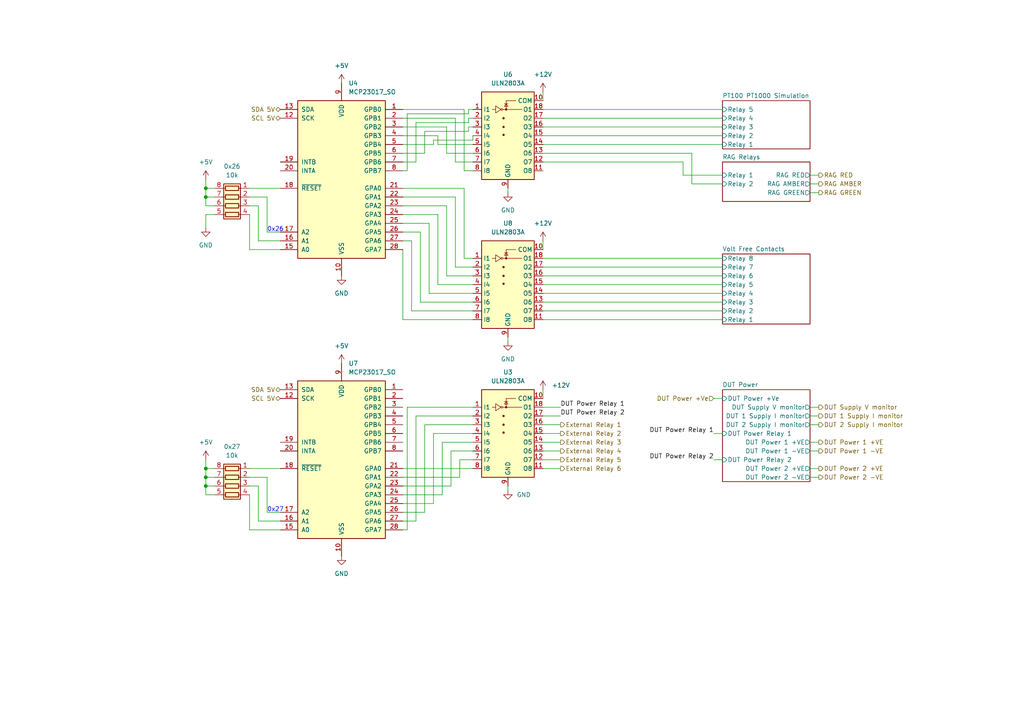
<source format=kicad_sch>
(kicad_sch (version 20211123) (generator eeschema)
  (paper "A4")
  (title_block (title "CIB PCB") (date "2022-05-27") (company "ChargePoint, Inc"))
  (lib_symbols
    (symbol "Device:R_Pack04" (pin_names (offset 0) hide)
      (property "Reference" "RN" (at -7.62 0 90))
      (property "Value" "R_Pack04" (at 5.08 0 90))
      (symbol "R_Pack04_0_1"
        (rectangle (start -6.35 -2.413) (end 3.81 2.413) (stroke (width 0.254)) (fill (type background)))
        (rectangle (start -5.715 1.905) (end -4.445 -1.905) (stroke (width 0.254)))
        (rectangle (start -3.175 1.905) (end -1.905 -1.905) (stroke (width 0.254)))
        (rectangle (start -0.635 1.905) (end 0.635 -1.905) (stroke (width 0.254)))
        (polyline (pts (xy -5.08 -2.54) (xy -5.08 -1.905)))
        (polyline (pts (xy -5.08 1.905) (xy -5.08 2.54)))
        (polyline (pts (xy -2.54 -2.54) (xy -2.54 -1.905)))
        (polyline (pts (xy -2.54 1.905) (xy -2.54 2.54)))
        (polyline (pts (xy 0 -2.54) (xy 0 -1.905)))
        (polyline (pts (xy 0 1.905) (xy 0 2.54)))
        (polyline (pts (xy 2.54 -2.54) (xy 2.54 -1.905)))
        (polyline (pts (xy 2.54 1.905) (xy 2.54 2.54)))
        (rectangle (start 1.905 1.905) (end 3.175 -1.905) (stroke (width 0.254)))
      )
      (symbol "R_Pack04_1_1"
        (pin passive line (at -5.08 -5.08 90) (length 2.54) (name "R1.1") (number "1"))
        (pin passive line (at -2.54 -5.08 90) (length 2.54) (name "R2.1") (number "2"))
        (pin passive line (at 0 -5.08 90) (length 2.54) (name "R3.1") (number "3"))
        (pin passive line (at 2.54 -5.08 90) (length 2.54) (name "R4.1") (number "4"))
        (pin passive line (at 2.54 5.08 270) (length 2.54) (name "R4.2") (number "5"))
        (pin passive line (at 0 5.08 270) (length 2.54) (name "R3.2") (number "6"))
        (pin passive line (at -2.54 5.08 270) (length 2.54) (name "R2.2") (number "7"))
        (pin passive line (at -5.08 5.08 270) (length 2.54) (name "R1.2") (number "8"))
      )
    )
    (symbol "Interface_Expansion:MCP23017_SO" (pin_names (offset 1.016))
      (property "Reference" "U" (at -11.43 24.13 0))
      (property "Value" "MCP23017_SO" (at 0 0 0))
      (symbol "MCP23017_SO_0_1"
        (rectangle (start -12.7 22.86) (end 12.7 -22.86) (stroke (width 0.254)) (fill (type background)))
      )
      (symbol "MCP23017_SO_1_1"
        (pin bidirectional line (at 17.78 20.32 180) (length 5.08) (name "GPB0") (number "1"))
        (pin power_in line (at 0 -27.94 90) (length 5.08) (name "VSS") (number "10"))
        (pin no_connect line (at -12.7 15.24 0) (length 5.08) hide (name "NC") (number "11"))
        (pin input line (at -17.78 17.78 0) (length 5.08) (name "SCK") (number "12"))
        (pin bidirectional line (at -17.78 20.32 0) (length 5.08) (name "SDA") (number "13"))
        (pin no_connect line (at -12.7 12.7 0) (length 5.08) hide (name "NC") (number "14"))
        (pin input line (at -17.78 -20.32 0) (length 5.08) (name "A0") (number "15"))
        (pin input line (at -17.78 -17.78 0) (length 5.08) (name "A1") (number "16"))
        (pin input line (at -17.78 -15.24 0) (length 5.08) (name "A2") (number "17"))
        (pin input line (at -17.78 -2.54 0) (length 5.08) (name "~{RESET}") (number "18"))
        (pin tri_state line (at -17.78 5.08 0) (length 5.08) (name "INTB") (number "19"))
        (pin bidirectional line (at 17.78 17.78 180) (length 5.08) (name "GPB1") (number "2"))
        (pin tri_state line (at -17.78 2.54 0) (length 5.08) (name "INTA") (number "20"))
        (pin bidirectional line (at 17.78 -2.54 180) (length 5.08) (name "GPA0") (number "21"))
        (pin bidirectional line (at 17.78 -5.08 180) (length 5.08) (name "GPA1") (number "22"))
        (pin bidirectional line (at 17.78 -7.62 180) (length 5.08) (name "GPA2") (number "23"))
        (pin bidirectional line (at 17.78 -10.16 180) (length 5.08) (name "GPA3") (number "24"))
        (pin bidirectional line (at 17.78 -12.7 180) (length 5.08) (name "GPA4") (number "25"))
        (pin bidirectional line (at 17.78 -15.24 180) (length 5.08) (name "GPA5") (number "26"))
        (pin bidirectional line (at 17.78 -17.78 180) (length 5.08) (name "GPA6") (number "27"))
        (pin bidirectional line (at 17.78 -20.32 180) (length 5.08) (name "GPA7") (number "28"))
        (pin bidirectional line (at 17.78 15.24 180) (length 5.08) (name "GPB2") (number "3"))
        (pin bidirectional line (at 17.78 12.7 180) (length 5.08) (name "GPB3") (number "4"))
        (pin bidirectional line (at 17.78 10.16 180) (length 5.08) (name "GPB4") (number "5"))
        (pin bidirectional line (at 17.78 7.62 180) (length 5.08) (name "GPB5") (number "6"))
        (pin bidirectional line (at 17.78 5.08 180) (length 5.08) (name "GPB6") (number "7"))
        (pin bidirectional line (at 17.78 2.54 180) (length 5.08) (name "GPB7") (number "8"))
        (pin power_in line (at 0 27.94 270) (length 5.08) (name "VDD") (number "9"))
      )
    )
    (symbol "Transistor_Array:ULN2803A"
      (property "Reference" "U" (at 0 13.335 0))
      (property "Value" "ULN2803A" (at 0 11.43 0))
      (symbol "ULN2803A_0_1"
        (rectangle (start -7.62 -15.24) (end 7.62 10.16) (stroke (width 0.254)) (fill (type background)))
        (circle (center -1.778 5.08) (radius 0.254))
        (circle (center -1.27 -2.286) (radius 0.254) (fill (type outline)))
        (circle (center -1.27 0) (radius 0.254) (fill (type outline)))
        (circle (center -1.27 2.54) (radius 0.254) (fill (type outline)))
        (circle (center -0.508 5.08) (radius 0.254) (fill (type outline)))
        (polyline (pts (xy -4.572 5.08) (xy -3.556 5.08)))
        (polyline (pts (xy -1.524 5.08) (xy 4.064 5.08)))
        (polyline (pts (xy 0 6.731) (xy -1.016 6.731)))
        (polyline (pts (xy -0.508 5.08) (xy -0.508 7.62) (xy 2.286 7.62)))
        (polyline (pts (xy -3.556 6.096) (xy -3.556 4.064) (xy -2.032 5.08) (xy -3.556 6.096)))
        (polyline (pts (xy 0 5.969) (xy -1.016 5.969) (xy -0.508 6.731) (xy 0 5.969)))
      )
      (symbol "ULN2803A_1_1"
        (pin input line (at -10.16 5.08 0) (length 2.54) (name "I1") (number "1"))
        (pin passive line (at 10.16 7.62 180) (length 2.54) (name "COM") (number "10"))
        (pin open_collector line (at 10.16 -12.7 180) (length 2.54) (name "O8") (number "11"))
        (pin open_collector line (at 10.16 -10.16 180) (length 2.54) (name "O7") (number "12"))
        (pin open_collector line (at 10.16 -7.62 180) (length 2.54) (name "O6") (number "13"))
        (pin open_collector line (at 10.16 -5.08 180) (length 2.54) (name "O5") (number "14"))
        (pin open_collector line (at 10.16 -2.54 180) (length 2.54) (name "O4") (number "15"))
        (pin open_collector line (at 10.16 0 180) (length 2.54) (name "O3") (number "16"))
        (pin open_collector line (at 10.16 2.54 180) (length 2.54) (name "O2") (number "17"))
        (pin open_collector line (at 10.16 5.08 180) (length 2.54) (name "O1") (number "18"))
        (pin input line (at -10.16 2.54 0) (length 2.54) (name "I2") (number "2"))
        (pin input line (at -10.16 0 0) (length 2.54) (name "I3") (number "3"))
        (pin input line (at -10.16 -2.54 0) (length 2.54) (name "I4") (number "4"))
        (pin input line (at -10.16 -5.08 0) (length 2.54) (name "I5") (number "5"))
        (pin input line (at -10.16 -7.62 0) (length 2.54) (name "I6") (number "6"))
        (pin input line (at -10.16 -10.16 0) (length 2.54) (name "I7") (number "7"))
        (pin input line (at -10.16 -12.7 0) (length 2.54) (name "I8") (number "8"))
        (pin power_in line (at 0 -17.78 90) (length 2.54) (name "GND") (number "9"))
      )
    )
    (symbol "power:+12V" (power) (pin_names (offset 0))
      (property "Value" "+12V" (at 0 3.556 0))
      (symbol "+12V_0_1"
        (polyline (pts (xy -0.762 1.27) (xy 0 2.54)))
        (polyline (pts (xy 0 0) (xy 0 2.54)))
        (polyline (pts (xy 0 2.54) (xy 0.762 1.27)))
      )
      (symbol "+12V_1_1"
        (pin power_in line (at 0 0 90) (length 0) hide (name "+12V") (number "1"))
      )
    )
    (symbol "power:+5V" (power) (pin_names (offset 0))
      (property "Value" "+5V" (at 0 3.556 0))
      (symbol "+5V_0_1"
        (polyline (pts (xy -0.762 1.27) (xy 0 2.54)))
        (polyline (pts (xy 0 0) (xy 0 2.54)))
        (polyline (pts (xy 0 2.54) (xy 0.762 1.27)))
      )
      (symbol "+5V_1_1"
        (pin power_in line (at 0 0 90) (length 0) hide (name "+5V") (number "1"))
      )
    )
    (symbol "power:GND" (power) (pin_names (offset 0))
      (property "Value" "GND" (at 0 -3.81 0))
      (symbol "GND_0_1"
        (polyline (pts (xy 0 0) (xy 0 -1.27) (xy 1.27 -1.27) (xy 0 -2.54) (xy -1.27 -1.27) (xy 0 -1.27)))
      )
      (symbol "GND_1_1"
        (pin power_in line (at 0 0 270) (length 0) hide (name "GND") (number "1"))
      )
    )
  )
  (junction (at 59.69 140.97))
  (junction (at 59.69 135.89))
  (junction (at 59.69 57.15))
  (junction (at 59.69 138.43))
  (junction (at 59.69 54.61))
  (wire (pts (xy 234.95 138.43) (xy 237.49 138.43)))
  (wire (pts (xy 234.95 130.81) (xy 237.49 130.81)))
  (wire (pts (xy 62.23 143.51) (xy 59.69 143.51)))
  (wire (pts (xy 125.73 125.73) (xy 125.73 146.05)))
  (wire (pts (xy 157.48 31.75) (xy 209.55 31.75)))
  (wire (pts (xy 125.73 40.64) (xy 137.16 40.64)))
  (wire (pts (xy 209.55 53.34) (xy 200.66 53.34)))
  (wire (pts (xy 134.62 49.53) (xy 137.16 49.53)))
  (wire (pts (xy 234.95 128.27) (xy 237.49 128.27)))
  (wire (pts (xy 77.47 67.31) (xy 81.28 67.31)))
  (wire (pts (xy 121.92 87.63) (xy 137.16 87.63)))
  (wire (pts (xy 116.84 138.43) (xy 133.35 138.43)))
  (wire (pts (xy 116.84 57.15) (xy 132.08 57.15)))
  (wire (pts (xy 234.95 135.89) (xy 237.49 135.89)))
  (wire (pts (xy 133.35 138.43) (xy 133.35 133.35)))
  (wire (pts (xy 157.48 39.37) (xy 209.55 39.37)))
  (wire (pts (xy 59.69 138.43) (xy 59.69 135.89)))
  (wire (pts (xy 74.93 59.69) (xy 74.93 69.85)))
  (wire (pts (xy 116.84 41.91) (xy 125.73 41.91)))
  (wire (pts (xy 157.48 125.73) (xy 162.56 125.73)))
  (wire (pts (xy 118.11 33.02) (xy 135.89 33.02)))
  (wire (pts (xy 157.48 135.89) (xy 162.56 135.89)))
  (wire (pts (xy 127 82.55) (xy 127 62.23)))
  (wire (pts (xy 116.84 31.75) (xy 134.62 31.75)))
  (wire (pts (xy 77.47 148.59) (xy 81.28 148.59)))
  (wire (pts (xy 137.16 82.55) (xy 127 82.55)))
  (wire (pts (xy 116.84 34.29) (xy 132.08 34.29)))
  (wire (pts (xy 116.84 44.45) (xy 123.19 44.45)))
  (wire (pts (xy 157.48 26.67) (xy 157.48 29.21)))
  (wire (pts (xy 59.69 62.23) (xy 59.69 66.04)))
  (wire (pts (xy 132.08 57.15) (xy 132.08 77.47)))
  (wire (pts (xy 125.73 41.91) (xy 125.73 40.64)))
  (wire (pts (xy 74.93 140.97) (xy 74.93 151.13)))
  (wire (pts (xy 157.48 44.45) (xy 200.66 44.45)))
  (wire (pts (xy 121.92 67.31) (xy 121.92 87.63)))
  (wire (pts (xy 118.11 153.67) (xy 116.84 153.67)))
  (wire (pts (xy 157.48 69.85) (xy 157.48 72.39)))
  (wire (pts (xy 118.11 118.11) (xy 118.11 153.67)))
  (wire (pts (xy 128.27 128.27) (xy 128.27 143.51)))
  (wire (pts (xy 123.19 123.19) (xy 123.19 148.59)))
  (wire (pts (xy 77.47 57.15) (xy 77.47 67.31)))
  (wire (pts (xy 129.54 44.45) (xy 137.16 44.45)))
  (wire (pts (xy 135.89 35.56) (xy 135.89 34.29)))
  (wire (pts (xy 116.84 148.59) (xy 123.19 148.59)))
  (wire (pts (xy 59.69 57.15) (xy 62.23 57.15)))
  (wire (pts (xy 132.08 77.47) (xy 137.16 77.47)))
  (wire (pts (xy 135.89 36.83) (xy 137.16 36.83)))
  (wire (pts (xy 59.69 138.43) (xy 62.23 138.43)))
  (wire (pts (xy 116.84 49.53) (xy 118.11 49.53)))
  (wire (pts (xy 59.69 140.97) (xy 59.69 143.51)))
  (wire (pts (xy 134.62 31.75) (xy 134.62 49.53)))
  (wire (pts (xy 118.11 118.11) (xy 137.16 118.11)))
  (wire (pts (xy 124.46 85.09) (xy 124.46 64.77)))
  (wire (pts (xy 120.65 35.56) (xy 135.89 35.56)))
  (wire (pts (xy 116.84 140.97) (xy 130.81 140.97)))
  (wire (pts (xy 132.08 34.29) (xy 132.08 46.99)))
  (wire (pts (xy 137.16 40.64) (xy 137.16 39.37)))
  (wire (pts (xy 116.84 92.71) (xy 137.16 92.71)))
  (wire (pts (xy 132.08 46.99) (xy 137.16 46.99)))
  (wire (pts (xy 62.23 62.23) (xy 59.69 62.23)))
  (wire (pts (xy 200.66 44.45) (xy 200.66 53.34)))
  (wire (pts (xy 157.48 123.19) (xy 162.56 123.19)))
  (wire (pts (xy 62.23 54.61) (xy 59.69 54.61)))
  (wire (pts (xy 120.65 120.65) (xy 120.65 151.13)))
  (wire (pts (xy 116.84 146.05) (xy 125.73 146.05)))
  (wire (pts (xy 157.48 74.93) (xy 209.55 74.93)))
  (wire (pts (xy 157.48 130.81) (xy 162.56 130.81)))
  (wire (pts (xy 209.55 77.47) (xy 157.48 77.47)))
  (wire (pts (xy 157.48 133.35) (xy 162.56 133.35)))
  (wire (pts (xy 72.39 72.39) (xy 81.28 72.39)))
  (wire (pts (xy 147.32 140.97) (xy 147.32 142.24)))
  (wire (pts (xy 72.39 135.89) (xy 81.28 135.89)))
  (wire (pts (xy 116.84 62.23) (xy 127 62.23)))
  (wire (pts (xy 72.39 140.97) (xy 74.93 140.97)))
  (wire (pts (xy 72.39 138.43) (xy 77.47 138.43)))
  (wire (pts (xy 59.69 59.69) (xy 59.69 57.15)))
  (wire (pts (xy 124.46 64.77) (xy 116.84 64.77)))
  (wire (pts (xy 157.48 90.17) (xy 209.55 90.17)))
  (wire (pts (xy 207.01 115.57) (xy 209.55 115.57)))
  (wire (pts (xy 127 41.91) (xy 137.16 41.91)))
  (wire (pts (xy 157.48 85.09) (xy 209.55 85.09)))
  (wire (pts (xy 128.27 128.27) (xy 137.16 128.27)))
  (wire (pts (xy 207.01 125.73) (xy 209.55 125.73)))
  (wire (pts (xy 72.39 57.15) (xy 77.47 57.15)))
  (wire (pts (xy 116.84 72.39) (xy 116.84 92.71)))
  (wire (pts (xy 127 39.37) (xy 127 41.91)))
  (wire (pts (xy 72.39 54.61) (xy 81.28 54.61)))
  (wire (pts (xy 157.48 80.01) (xy 209.55 80.01)))
  (wire (pts (xy 116.84 54.61) (xy 134.62 54.61)))
  (wire (pts (xy 59.69 54.61) (xy 59.69 52.07)))
  (wire (pts (xy 129.54 36.83) (xy 129.54 44.45)))
  (wire (pts (xy 198.12 50.8) (xy 209.55 50.8)))
  (wire (pts (xy 234.95 120.65) (xy 237.49 120.65)))
  (wire (pts (xy 157.48 34.29) (xy 209.55 34.29)))
  (wire (pts (xy 116.84 67.31) (xy 121.92 67.31)))
  (wire (pts (xy 129.54 59.69) (xy 129.54 80.01)))
  (wire (pts (xy 234.95 50.8) (xy 237.49 50.8)))
  (wire (pts (xy 59.69 57.15) (xy 59.69 54.61)))
  (wire (pts (xy 72.39 153.67) (xy 81.28 153.67)))
  (wire (pts (xy 135.89 34.29) (xy 137.16 34.29)))
  (wire (pts (xy 72.39 143.51) (xy 72.39 153.67)))
  (wire (pts (xy 157.48 41.91) (xy 209.55 41.91)))
  (wire (pts (xy 116.84 46.99) (xy 120.65 46.99)))
  (wire (pts (xy 157.48 36.83) (xy 209.55 36.83)))
  (wire (pts (xy 135.89 33.02) (xy 135.89 31.75)))
  (wire (pts (xy 123.19 38.1) (xy 135.89 38.1)))
  (wire (pts (xy 128.27 143.51) (xy 116.84 143.51)))
  (wire (pts (xy 157.48 118.11) (xy 162.56 118.11)))
  (wire (pts (xy 234.95 118.11) (xy 237.49 118.11)))
  (wire (pts (xy 120.65 151.13) (xy 116.84 151.13)))
  (wire (pts (xy 157.48 82.55) (xy 209.55 82.55)))
  (wire (pts (xy 119.38 90.17) (xy 119.38 69.85)))
  (wire (pts (xy 157.48 128.27) (xy 162.56 128.27)))
  (wire (pts (xy 130.81 130.81) (xy 130.81 140.97)))
  (wire (pts (xy 62.23 59.69) (xy 59.69 59.69)))
  (wire (pts (xy 157.48 92.71) (xy 209.55 92.71)))
  (wire (pts (xy 147.32 97.79) (xy 147.32 99.06)))
  (wire (pts (xy 157.48 46.99) (xy 198.12 46.99)))
  (wire (pts (xy 116.84 135.89) (xy 137.16 135.89)))
  (wire (pts (xy 72.39 62.23) (xy 72.39 72.39)))
  (wire (pts (xy 62.23 140.97) (xy 59.69 140.97)))
  (wire (pts (xy 207.01 133.35) (xy 209.55 133.35)))
  (wire (pts (xy 234.95 53.34) (xy 237.49 53.34)))
  (wire (pts (xy 157.48 120.65) (xy 162.56 120.65)))
  (wire (pts (xy 74.93 151.13) (xy 81.28 151.13)))
  (wire (pts (xy 157.48 113.03) (xy 157.48 115.57)))
  (wire (pts (xy 129.54 80.01) (xy 137.16 80.01)))
  (wire (pts (xy 119.38 69.85) (xy 116.84 69.85)))
  (wire (pts (xy 137.16 130.81) (xy 130.81 130.81)))
  (wire (pts (xy 77.47 138.43) (xy 77.47 148.59)))
  (wire (pts (xy 123.19 123.19) (xy 137.16 123.19)))
  (wire (pts (xy 137.16 120.65) (xy 120.65 120.65)))
  (wire (pts (xy 59.69 135.89) (xy 59.69 133.35)))
  (wire (pts (xy 147.32 54.61) (xy 147.32 55.88)))
  (wire (pts (xy 135.89 31.75) (xy 137.16 31.75)))
  (wire (pts (xy 118.11 33.02) (xy 118.11 49.53)))
  (wire (pts (xy 116.84 36.83) (xy 129.54 36.83)))
  (wire (pts (xy 119.38 90.17) (xy 137.16 90.17)))
  (wire (pts (xy 137.16 85.09) (xy 124.46 85.09)))
  (wire (pts (xy 120.65 46.99) (xy 120.65 35.56)))
  (wire (pts (xy 134.62 54.61) (xy 134.62 74.93)))
  (wire (pts (xy 134.62 74.93) (xy 137.16 74.93)))
  (wire (pts (xy 116.84 59.69) (xy 129.54 59.69)))
  (wire (pts (xy 123.19 44.45) (xy 123.19 38.1)))
  (wire (pts (xy 198.12 46.99) (xy 198.12 50.8)))
  (wire (pts (xy 72.39 59.69) (xy 74.93 59.69)))
  (wire (pts (xy 135.89 38.1) (xy 135.89 36.83)))
  (wire (pts (xy 116.84 39.37) (xy 127 39.37)))
  (wire (pts (xy 74.93 69.85) (xy 81.28 69.85)))
  (wire (pts (xy 59.69 140.97) (xy 59.69 138.43)))
  (wire (pts (xy 137.16 125.73) (xy 125.73 125.73)))
  (wire (pts (xy 234.95 123.19) (xy 237.49 123.19)))
  (wire (pts (xy 234.95 55.88) (xy 237.49 55.88)))
  (wire (pts (xy 157.48 87.63) (xy 209.55 87.63)))
  (wire (pts (xy 62.23 135.89) (xy 59.69 135.89)))
  (wire (pts (xy 133.35 133.35) (xy 137.16 133.35)))
  (text "0x26" (at 77.47 67.31 0) (effects (font (size 1.27 1.27)) (justify left bottom)))
  (text "0x27" (at 77.47 148.59 0) (effects (font (size 1.27 1.27)) (justify left bottom)))
  (label "DUT Power Relay 1" (at 207.01 125.73 180))
  (label "DUT Power Relay 2" (at 207.01 133.35 180))
  (label "DUT Power Relay 1" (at 162.56 118.11 0))
  (label "DUT Power Relay 2" (at 162.56 120.65 0))
  (hierarchical_label "DUT Power 2 +VE" (shape output) (at 237.49 135.89 0))
  (hierarchical_label "DUT Supply V monitor" (shape output) (at 237.49 118.11 0))
  (hierarchical_label "DUT Power +Ve" (shape input) (at 207.01 115.57 180))
  (hierarchical_label "External Relay 2" (shape output) (at 162.56 125.73 0))
  (hierarchical_label "SCL 5V" (shape bidirectional) (at 81.28 115.57 180))
  (hierarchical_label "RAG AMBER" (shape output) (at 237.49 53.34 0))
  (hierarchical_label "DUT Power 1 -VE" (shape output) (at 237.49 130.81 0))
  (hierarchical_label "External Relay 1" (shape output) (at 162.56 123.19 0))
  (hierarchical_label "DUT 2 Supply I monitor" (shape output) (at 237.49 123.19 0))
  (hierarchical_label "SDA 5V" (shape bidirectional) (at 81.28 31.75 180))
  (hierarchical_label "SCL 5V" (shape bidirectional) (at 81.28 34.29 180))
  (hierarchical_label "External Relay 3" (shape output) (at 162.56 128.27 0))
  (hierarchical_label "External Relay 5" (shape output) (at 162.56 133.35 0))
  (hierarchical_label "External Relay 4" (shape output) (at 162.56 130.81 0))
  (hierarchical_label "External Relay 6" (shape output) (at 162.56 135.89 0))
  (hierarchical_label "SDA 5V" (shape bidirectional) (at 81.28 113.03 180))
  (hierarchical_label "RAG RED" (shape output) (at 237.49 50.8 0))
  (hierarchical_label "DUT Power 2 -VE" (shape output) (at 237.49 138.43 0))
  (hierarchical_label "DUT Power 1 +VE" (shape output) (at 237.49 128.27 0))
  (hierarchical_label "DUT 1 Supply I monitor" (shape output) (at 237.49 120.65 0))
  (hierarchical_label "RAG GREEN" (shape output) (at 237.49 55.88 0))
  (symbol (lib_id "Device:R_Pack04") (at 67.31 140.97 90) (mirror x) (unit 1)
    (property "Reference" "0x27" (at 67.31 129.54 90))
    (property "Value" "10k" (at 67.31 132.08 90))
    (property "Footprint" "Resistor_SMD:R_Array_Convex_4x1206" (effects hide))
    (property "Datasheet" "https://www.bourns.com/docs/Product-Datasheets/CATCAY.pdf" (effects hide))
    (property "Description" "RES ARRAY 4 RES 10K OHM 1206" (effects hide))
    (property "DigiKey #" "CAY16-1002F4LFCT-ND" (effects hide))
    (property "Manufacturer" "Bourns Inc." (effects hide))
    (property "Manufacturer #" "CAY16-1002F4LF" (effects hide))
    (property "DigiKey Price/Stock" "https://www.digikey.co.uk/en/products/detail/bourns-inc/CAY16-1002F4LF/2566505?s=N4IgTCBcDaIMIEECaBGAbAWhQBm2AYgCwAy%2BcAKhgHIAiIAugL5A" (effects hide))
  )
  (symbol (lib_id "power:+12V") (at 157.48 69.85 0) (unit 1)
    (property "Reference" "#PWR097" (effects hide))
    (property "Value" "+12V" (at 157.48 64.77 0))
  )
  (symbol (lib_id "power:GND") (at 59.69 66.04 0) (unit 1)
    (property "Reference" "#PWR0117" (effects hide))
    (property "Value" "GND" (at 59.69 71.12 0))
  )
  (symbol (lib_id "Transistor_Array:ULN2803A") (at 147.32 80.01 0) (unit 1)
    (property "Reference" "U8" (at 147.32 64.77 0))
    (property "Value" "ULN2803A" (at 147.32 67.31 0))
    (property "Footprint" "Package_DIP:DIP-18_W7.62mm_LongPads" (effects hide))
    (property "Datasheet" "http://www.ti.com/lit/ds/symlink/uln2803a.pdf" (effects hide))
    (property "DigiKey #" "497-2356-5-ND" (effects hide))
    (property "Manufacturer #" "ULN2803A" (effects hide))
    (property "Manufacturer" "STMicroelectronics" (effects hide))
    (property "Mouser Part Number" "511-ULN2803A" (effects hide))
  )
  (symbol (lib_id "Interface_Expansion:MCP23017_SO") (at 99.06 133.35 0) (unit 1)
    (property "Reference" "U7" (at 101.0794 105.41 0) (effects (justify left)))
    (property "Value" "MCP23017_SO" (at 101.0794 107.95 0) (effects (justify left)))
    (property "Footprint" "Package_SO:SOIC-28W_7.5x17.9mm_P1.27mm" (effects hide))
    (property "Datasheet" "http://ww1.microchip.com/downloads/en/DeviceDoc/20001952C.pdf" (effects hide))
  )
  (symbol (lib_id "Device:R_Pack04") (at 67.31 59.69 90) (mirror x) (unit 1)
    (property "Reference" "0x26" (at 67.31 48.26 90))
    (property "Value" "10k" (at 67.31 50.8 90))
    (property "Footprint" "Resistor_SMD:R_Array_Convex_4x1206" (effects hide))
    (property "Datasheet" "https://www.bourns.com/docs/Product-Datasheets/CATCAY.pdf" (effects hide))
    (property "Description" "RES ARRAY 4 RES 10K OHM 1206" (effects hide))
    (property "DigiKey #" "CAY16-1002F4LFCT-ND" (effects hide))
    (property "Manufacturer" "Bourns Inc." (effects hide))
    (property "Manufacturer #" "CAY16-1002F4LF" (effects hide))
    (property "DigiKey Price/Stock" "https://www.digikey.co.uk/en/products/detail/bourns-inc/CAY16-1002F4LF/2566505?s=N4IgTCBcDaIMIEECaBGAbAWhQBm2AYgCwAy%2BcAKhgHIAiIAugL5A" (effects hide))
  )
  (symbol (lib_id "Transistor_Array:ULN2803A") (at 147.32 36.83 0) (unit 1)
    (property "Reference" "U6" (at 147.32 21.59 0))
    (property "Value" "ULN2803A" (at 147.32 24.13 0))
    (property "Footprint" "Package_DIP:DIP-18_W7.62mm_LongPads" (effects hide))
    (property "Datasheet" "http://www.ti.com/lit/ds/symlink/uln2803a.pdf" (effects hide))
    (property "DigiKey #" "497-2356-5-ND" (effects hide))
    (property "Manufacturer #" "ULN2803A" (effects hide))
    (property "Manufacturer" "STMicroelectronics" (effects hide))
    (property "Mouser Part Number" "511-ULN2803A" (effects hide))
  )
  (symbol (lib_id "power:+5V") (at 99.06 24.13 0) (unit 1)
    (property "Reference" "#PWR0112" (effects hide))
    (property "Value" "+5V" (at 99.06 19.05 0))
  )
  (symbol (lib_id "power:GND") (at 147.32 55.88 0) (unit 1)
    (property "Reference" "#PWR094" (effects hide))
    (property "Value" "GND" (at 147.32 60.96 0))
  )
  (symbol (lib_id "power:GND") (at 99.06 161.29 0) (unit 1)
    (property "Reference" "#PWR0114" (effects hide))
    (property "Value" "GND" (at 99.06 166.37 0))
  )
  (symbol (lib_id "power:+12V") (at 157.48 26.67 0) (unit 1)
    (property "Reference" "#PWR085" (effects hide))
    (property "Value" "+12V" (at 157.48 21.59 0))
  )
  (symbol (lib_id "power:+5V") (at 99.06 105.41 0) (unit 1)
    (property "Reference" "#PWR0116" (effects hide))
    (property "Value" "+5V" (at 99.06 100.33 0))
  )
  (symbol (lib_id "power:+5V") (at 59.69 133.35 0) (unit 1)
    (property "Reference" "#PWR0113" (effects hide))
    (property "Value" "+5V" (at 59.69 128.27 0))
  )
  (symbol (lib_id "Transistor_Array:ULN2803A") (at 147.32 123.19 0) (unit 1)
    (property "Reference" "U3" (at 147.32 107.95 0))
    (property "Value" "ULN2803A" (at 147.32 110.49 0))
    (property "Footprint" "Package_DIP:DIP-18_W7.62mm_LongPads" (effects hide))
    (property "Datasheet" "http://www.ti.com/lit/ds/symlink/uln2803a.pdf" (effects hide))
    (property "DigiKey #" "497-2356-5-ND" (effects hide))
    (property "Manufacturer #" "ULN2803A" (effects hide))
    (property "Manufacturer" "STMicroelectronics" (effects hide))
    (property "Mouser Part Number" "511-ULN2803A" (effects hide))
  )
  (symbol (lib_id "power:GND") (at 147.32 142.24 0) (unit 1)
    (property "Reference" "#PWR0375" (effects hide))
    (property "Value" "GND" (at 149.86 143.5099 0) (effects (justify left)))
  )
  (symbol (lib_id "Interface_Expansion:MCP23017_SO") (at 99.06 52.07 0) (unit 1)
    (property "Reference" "U4" (at 101.0794 24.13 0) (effects (justify left)))
    (property "Value" "MCP23017_SO" (at 101.0794 26.67 0) (effects (justify left)))
    (property "Footprint" "Package_SO:SOIC-28W_7.5x17.9mm_P1.27mm" (effects hide))
    (property "Datasheet" "http://ww1.microchip.com/downloads/en/DeviceDoc/20001952C.pdf" (effects hide))
  )
  (symbol (lib_id "power:GND") (at 99.06 80.01 0) (unit 1)
    (property "Reference" "#PWR0115" (effects hide))
    (property "Value" "GND" (at 99.06 85.09 0))
  )
  (symbol (lib_id "power:+5V") (at 59.69 52.07 0) (unit 1)
    (property "Reference" "#PWR0121" (effects hide))
    (property "Value" "+5V" (at 59.69 46.99 0))
  )
  (symbol (lib_id "power:+12V") (at 157.48 113.03 0) (unit 1)
    (property "Reference" "#PWR0374" (effects hide))
    (property "Value" "+12V" (at 160.02 111.7599 0) (effects (justify left)))
  )
  (symbol (lib_id "power:GND") (at 147.32 99.06 0) (unit 1)
    (property "Reference" "#PWR0101" (effects hide))
    (property "Value" "GND" (at 147.32 104.14 0))
  )
  (sheet (at 209.55 29.21) (size 25.4 13.97) (stroke (width 0.1524))
    (property "Sheet name" "PT100 PT1000 Simulation" (at 209.55 28.4984 0) (effects (justify left bottom)))
    (property "Sheet file" "PT100 PT1000 Simulation.kicad_sch" (effects hide))
    (pin "Relay 2" input (at 209.55 39.37 180))
    (pin "Relay 3" input (at 209.55 36.83 180))
    (pin "Relay 1" input (at 209.55 41.91 180))
    (pin "Relay 4" input (at 209.55 34.29 180))
    (pin "Relay 5" input (at 209.55 31.75 180))
  )
  (sheet (at 209.55 46.99) (size 25.4 11.43) (stroke (width 0.1524))
    (property "Sheet name" "RAG Relays" (at 209.55 46.2784 0) (effects (justify left bottom)))
    (property "Sheet file" "RAG.kicad_sch" (effects hide))
    (pin "Relay 2" input (at 209.55 53.34 180))
    (pin "RAG RED" output (at 234.95 50.8 0))
    (pin "RAG AMBER" output (at 234.95 53.34 0))
    (pin "RAG GREEN" output (at 234.95 55.88 0))
    (pin "Relay 1" input (at 209.55 50.8 180))
  )
  (sheet (at 209.55 73.66) (size 25.4 20.32) (stroke (width 0.1524))
    (property "Sheet name" "Volt Free Contacts" (at 209.55 72.9484 0) (effects (justify left bottom)))
    (property "Sheet file" "Volt Free Contacts.kicad_sch" (effects hide))
    (pin "Relay 1" input (at 209.55 92.71 180))
    (pin "Relay 3" input (at 209.55 87.63 180))
    (pin "Relay 2" input (at 209.55 90.17 180))
    (pin "Relay 8" input (at 209.55 74.93 180))
    (pin "Relay 5" input (at 209.55 82.55 180))
    (pin "Relay 6" input (at 209.55 80.01 180))
    (pin "Relay 7" input (at 209.55 77.47 180))
    (pin "Relay 4" input (at 209.55 85.09 180))
  )
  (sheet (at 209.55 113.03) (size 25.4 26.67) (stroke (width 0.1524))
    (property "Sheet name" "DUT Power" (at 209.55 112.3184 0) (effects (justify left bottom)))
    (property "Sheet file" "DUT Power.kicad_sch" (effects hide))
    (pin "DUT Power +Ve" input (at 209.55 115.57 180))
    (pin "DUT Supply V monitor" output (at 234.95 118.11 0))
    (pin "DUT Power 1 -VE" output (at 234.95 130.81 0))
    (pin "DUT Power 1 +VE" output (at 234.95 128.27 0))
    (pin "DUT Power Relay 2" input (at 209.55 133.35 180))
    (pin "DUT Power Relay 1" input (at 209.55 125.73 180))
    (pin "DUT Power 2 -VE" output (at 234.95 138.43 0))
    (pin "DUT Power 2 +VE" output (at 234.95 135.89 0))
    (pin "DUT 2 Supply I monitor" output (at 234.95 123.19 0))
    (pin "DUT 1 Supply I monitor" output (at 234.95 120.65 0))
  )
)
</source>
